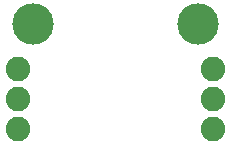
<source format=gbs>
G75*
G70*
%OFA0B0*%
%FSLAX24Y24*%
%IPPOS*%
%LPD*%
%AMOC8*
5,1,8,0,0,1.08239X$1,22.5*
%
%ADD10C,0.1380*%
%ADD11C,0.0820*%
D10*
X014833Y008000D03*
X020333Y008000D03*
D11*
X014333Y004500D03*
X014333Y005500D03*
X014333Y006500D03*
X020833Y006500D03*
X020833Y005500D03*
X020833Y004500D03*
M02*

</source>
